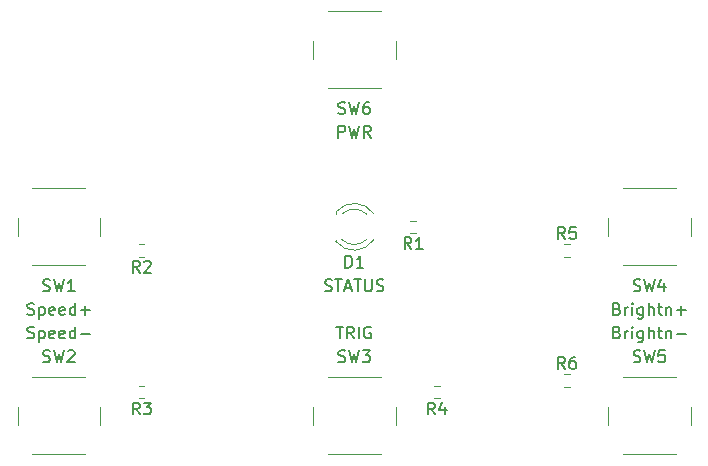
<source format=gto>
%TF.GenerationSoftware,KiCad,Pcbnew,5.1.10*%
%TF.CreationDate,2021-11-03T22:20:00+01:00*%
%TF.ProjectId,main_pcb_ui,6d61696e-5f70-4636-925f-75692e6b6963,rev?*%
%TF.SameCoordinates,PX8583b00PY5f5e100*%
%TF.FileFunction,Legend,Top*%
%TF.FilePolarity,Positive*%
%FSLAX46Y46*%
G04 Gerber Fmt 4.6, Leading zero omitted, Abs format (unit mm)*
G04 Created by KiCad (PCBNEW 5.1.10) date 2021-11-03 22:20:00*
%MOMM*%
%LPD*%
G01*
G04 APERTURE LIST*
%ADD10C,0.150000*%
%ADD11C,0.120000*%
G04 APERTURE END LIST*
D10*
X-1333334Y15547620D02*
X-1333334Y16547620D01*
X-952381Y16547620D01*
X-857143Y16500000D01*
X-809524Y16452381D01*
X-761905Y16357143D01*
X-761905Y16214286D01*
X-809524Y16119048D01*
X-857143Y16071429D01*
X-952381Y16023810D01*
X-1333334Y16023810D01*
X-428572Y16547620D02*
X-190477Y15547620D01*
X0Y16261905D01*
X190476Y15547620D01*
X428571Y16547620D01*
X1380952Y15547620D02*
X1047619Y16023810D01*
X809523Y15547620D02*
X809523Y16547620D01*
X1190476Y16547620D01*
X1285714Y16500000D01*
X1333333Y16452381D01*
X1380952Y16357143D01*
X1380952Y16214286D01*
X1333333Y16119048D01*
X1285714Y16071429D01*
X1190476Y16023810D01*
X809523Y16023810D01*
X22261904Y-928571D02*
X22404761Y-976190D01*
X22452380Y-1023809D01*
X22500000Y-1119047D01*
X22500000Y-1261904D01*
X22452380Y-1357142D01*
X22404761Y-1404761D01*
X22309523Y-1452380D01*
X21928571Y-1452380D01*
X21928571Y-452380D01*
X22261904Y-452380D01*
X22357142Y-500000D01*
X22404761Y-547619D01*
X22452380Y-642857D01*
X22452380Y-738095D01*
X22404761Y-833333D01*
X22357142Y-880952D01*
X22261904Y-928571D01*
X21928571Y-928571D01*
X22928571Y-1452380D02*
X22928571Y-785714D01*
X22928571Y-976190D02*
X22976190Y-880952D01*
X23023809Y-833333D01*
X23119047Y-785714D01*
X23214285Y-785714D01*
X23547619Y-1452380D02*
X23547619Y-785714D01*
X23547619Y-452380D02*
X23500000Y-500000D01*
X23547619Y-547619D01*
X23595238Y-500000D01*
X23547619Y-452380D01*
X23547619Y-547619D01*
X24452380Y-785714D02*
X24452380Y-1595238D01*
X24404761Y-1690476D01*
X24357142Y-1738095D01*
X24261904Y-1785714D01*
X24119047Y-1785714D01*
X24023809Y-1738095D01*
X24452380Y-1404761D02*
X24357142Y-1452380D01*
X24166666Y-1452380D01*
X24071428Y-1404761D01*
X24023809Y-1357142D01*
X23976190Y-1261904D01*
X23976190Y-976190D01*
X24023809Y-880952D01*
X24071428Y-833333D01*
X24166666Y-785714D01*
X24357142Y-785714D01*
X24452380Y-833333D01*
X24928571Y-1452380D02*
X24928571Y-452380D01*
X25357142Y-1452380D02*
X25357142Y-928571D01*
X25309523Y-833333D01*
X25214285Y-785714D01*
X25071428Y-785714D01*
X24976190Y-833333D01*
X24928571Y-880952D01*
X25690476Y-785714D02*
X26071428Y-785714D01*
X25833333Y-452380D02*
X25833333Y-1309523D01*
X25880952Y-1404761D01*
X25976190Y-1452380D01*
X26071428Y-1452380D01*
X26404761Y-785714D02*
X26404761Y-1452380D01*
X26404761Y-880952D02*
X26452380Y-833333D01*
X26547619Y-785714D01*
X26690476Y-785714D01*
X26785714Y-833333D01*
X26833333Y-928571D01*
X26833333Y-1452380D01*
X27309523Y-1071428D02*
X28071428Y-1071428D01*
X22261904Y1071429D02*
X22404761Y1023810D01*
X22452380Y976191D01*
X22500000Y880953D01*
X22500000Y738096D01*
X22452380Y642858D01*
X22404761Y595239D01*
X22309523Y547620D01*
X21928571Y547620D01*
X21928571Y1547620D01*
X22261904Y1547620D01*
X22357142Y1500000D01*
X22404761Y1452381D01*
X22452380Y1357143D01*
X22452380Y1261905D01*
X22404761Y1166667D01*
X22357142Y1119048D01*
X22261904Y1071429D01*
X21928571Y1071429D01*
X22928571Y547620D02*
X22928571Y1214286D01*
X22928571Y1023810D02*
X22976190Y1119048D01*
X23023809Y1166667D01*
X23119047Y1214286D01*
X23214285Y1214286D01*
X23547619Y547620D02*
X23547619Y1214286D01*
X23547619Y1547620D02*
X23500000Y1500000D01*
X23547619Y1452381D01*
X23595238Y1500000D01*
X23547619Y1547620D01*
X23547619Y1452381D01*
X24452380Y1214286D02*
X24452380Y404762D01*
X24404761Y309524D01*
X24357142Y261905D01*
X24261904Y214286D01*
X24119047Y214286D01*
X24023809Y261905D01*
X24452380Y595239D02*
X24357142Y547620D01*
X24166666Y547620D01*
X24071428Y595239D01*
X24023809Y642858D01*
X23976190Y738096D01*
X23976190Y1023810D01*
X24023809Y1119048D01*
X24071428Y1166667D01*
X24166666Y1214286D01*
X24357142Y1214286D01*
X24452380Y1166667D01*
X24928571Y547620D02*
X24928571Y1547620D01*
X25357142Y547620D02*
X25357142Y1071429D01*
X25309523Y1166667D01*
X25214285Y1214286D01*
X25071428Y1214286D01*
X24976190Y1166667D01*
X24928571Y1119048D01*
X25690476Y1214286D02*
X26071428Y1214286D01*
X25833333Y1547620D02*
X25833333Y690477D01*
X25880952Y595239D01*
X25976190Y547620D01*
X26071428Y547620D01*
X26404761Y1214286D02*
X26404761Y547620D01*
X26404761Y1119048D02*
X26452380Y1166667D01*
X26547619Y1214286D01*
X26690476Y1214286D01*
X26785714Y1166667D01*
X26833333Y1071429D01*
X26833333Y547620D01*
X27309523Y928572D02*
X28071428Y928572D01*
X27690476Y547620D02*
X27690476Y1309524D01*
X-27666667Y-1404761D02*
X-27523810Y-1452380D01*
X-27285715Y-1452380D01*
X-27190477Y-1404761D01*
X-27142858Y-1357142D01*
X-27095239Y-1261904D01*
X-27095239Y-1166666D01*
X-27142858Y-1071428D01*
X-27190477Y-1023809D01*
X-27285715Y-976190D01*
X-27476191Y-928571D01*
X-27571429Y-880952D01*
X-27619048Y-833333D01*
X-27666667Y-738095D01*
X-27666667Y-642857D01*
X-27619048Y-547619D01*
X-27571429Y-500000D01*
X-27476191Y-452380D01*
X-27238096Y-452380D01*
X-27095239Y-500000D01*
X-26666667Y-785714D02*
X-26666667Y-1785714D01*
X-26666667Y-833333D02*
X-26571429Y-785714D01*
X-26380953Y-785714D01*
X-26285715Y-833333D01*
X-26238096Y-880952D01*
X-26190477Y-976190D01*
X-26190477Y-1261904D01*
X-26238096Y-1357142D01*
X-26285715Y-1404761D01*
X-26380953Y-1452380D01*
X-26571429Y-1452380D01*
X-26666667Y-1404761D01*
X-25380953Y-1404761D02*
X-25476191Y-1452380D01*
X-25666667Y-1452380D01*
X-25761905Y-1404761D01*
X-25809524Y-1309523D01*
X-25809524Y-928571D01*
X-25761905Y-833333D01*
X-25666667Y-785714D01*
X-25476191Y-785714D01*
X-25380953Y-833333D01*
X-25333334Y-928571D01*
X-25333334Y-1023809D01*
X-25809524Y-1119047D01*
X-24523810Y-1404761D02*
X-24619048Y-1452380D01*
X-24809524Y-1452380D01*
X-24904762Y-1404761D01*
X-24952381Y-1309523D01*
X-24952381Y-928571D01*
X-24904762Y-833333D01*
X-24809524Y-785714D01*
X-24619048Y-785714D01*
X-24523810Y-833333D01*
X-24476191Y-928571D01*
X-24476191Y-1023809D01*
X-24952381Y-1119047D01*
X-23619048Y-1452380D02*
X-23619048Y-452380D01*
X-23619048Y-1404761D02*
X-23714286Y-1452380D01*
X-23904762Y-1452380D01*
X-24000000Y-1404761D01*
X-24047620Y-1357142D01*
X-24095239Y-1261904D01*
X-24095239Y-976190D01*
X-24047620Y-880952D01*
X-24000000Y-833333D01*
X-23904762Y-785714D01*
X-23714286Y-785714D01*
X-23619048Y-833333D01*
X-23142858Y-1071428D02*
X-22380953Y-1071428D01*
X-27666667Y595239D02*
X-27523810Y547620D01*
X-27285715Y547620D01*
X-27190477Y595239D01*
X-27142858Y642858D01*
X-27095239Y738096D01*
X-27095239Y833334D01*
X-27142858Y928572D01*
X-27190477Y976191D01*
X-27285715Y1023810D01*
X-27476191Y1071429D01*
X-27571429Y1119048D01*
X-27619048Y1166667D01*
X-27666667Y1261905D01*
X-27666667Y1357143D01*
X-27619048Y1452381D01*
X-27571429Y1500000D01*
X-27476191Y1547620D01*
X-27238096Y1547620D01*
X-27095239Y1500000D01*
X-26666667Y1214286D02*
X-26666667Y214286D01*
X-26666667Y1166667D02*
X-26571429Y1214286D01*
X-26380953Y1214286D01*
X-26285715Y1166667D01*
X-26238096Y1119048D01*
X-26190477Y1023810D01*
X-26190477Y738096D01*
X-26238096Y642858D01*
X-26285715Y595239D01*
X-26380953Y547620D01*
X-26571429Y547620D01*
X-26666667Y595239D01*
X-25380953Y595239D02*
X-25476191Y547620D01*
X-25666667Y547620D01*
X-25761905Y595239D01*
X-25809524Y690477D01*
X-25809524Y1071429D01*
X-25761905Y1166667D01*
X-25666667Y1214286D01*
X-25476191Y1214286D01*
X-25380953Y1166667D01*
X-25333334Y1071429D01*
X-25333334Y976191D01*
X-25809524Y880953D01*
X-24523810Y595239D02*
X-24619048Y547620D01*
X-24809524Y547620D01*
X-24904762Y595239D01*
X-24952381Y690477D01*
X-24952381Y1071429D01*
X-24904762Y1166667D01*
X-24809524Y1214286D01*
X-24619048Y1214286D01*
X-24523810Y1166667D01*
X-24476191Y1071429D01*
X-24476191Y976191D01*
X-24952381Y880953D01*
X-23619048Y547620D02*
X-23619048Y1547620D01*
X-23619048Y595239D02*
X-23714286Y547620D01*
X-23904762Y547620D01*
X-24000000Y595239D01*
X-24047620Y642858D01*
X-24095239Y738096D01*
X-24095239Y1023810D01*
X-24047620Y1119048D01*
X-24000000Y1166667D01*
X-23904762Y1214286D01*
X-23714286Y1214286D01*
X-23619048Y1166667D01*
X-23142858Y928572D02*
X-22380953Y928572D01*
X-22761905Y547620D02*
X-22761905Y1309524D01*
X-2476191Y2595239D02*
X-2333334Y2547620D01*
X-2095239Y2547620D01*
X-2000000Y2595239D01*
X-1952381Y2642858D01*
X-1904762Y2738096D01*
X-1904762Y2833334D01*
X-1952381Y2928572D01*
X-2000000Y2976191D01*
X-2095239Y3023810D01*
X-2285715Y3071429D01*
X-2380953Y3119048D01*
X-2428572Y3166667D01*
X-2476191Y3261905D01*
X-2476191Y3357143D01*
X-2428572Y3452381D01*
X-2380953Y3500000D01*
X-2285715Y3547620D01*
X-2047620Y3547620D01*
X-1904762Y3500000D01*
X-1619048Y3547620D02*
X-1047620Y3547620D01*
X-1333334Y2547620D02*
X-1333334Y3547620D01*
X-761905Y2833334D02*
X-285715Y2833334D01*
X-857143Y2547620D02*
X-523810Y3547620D01*
X-190477Y2547620D01*
X0Y3547620D02*
X571428Y3547620D01*
X285714Y2547620D02*
X285714Y3547620D01*
X904761Y3547620D02*
X904761Y2738096D01*
X952380Y2642858D01*
X1000000Y2595239D01*
X1095238Y2547620D01*
X1285714Y2547620D01*
X1380952Y2595239D01*
X1428571Y2642858D01*
X1476190Y2738096D01*
X1476190Y3547620D01*
X1904761Y2595239D02*
X2047619Y2547620D01*
X2285714Y2547620D01*
X2380952Y2595239D01*
X2428571Y2642858D01*
X2476190Y2738096D01*
X2476190Y2833334D01*
X2428571Y2928572D01*
X2380952Y2976191D01*
X2285714Y3023810D01*
X2095238Y3071429D01*
X2000000Y3119048D01*
X1952380Y3166667D01*
X1904761Y3261905D01*
X1904761Y3357143D01*
X1952380Y3452381D01*
X2000000Y3500000D01*
X2095238Y3547620D01*
X2333333Y3547620D01*
X2476190Y3500000D01*
X-1523810Y-452380D02*
X-952381Y-452380D01*
X-1238096Y-1452380D02*
X-1238096Y-452380D01*
X-47620Y-1452380D02*
X-380953Y-976190D01*
X-619048Y-1452380D02*
X-619048Y-452380D01*
X-238096Y-452380D01*
X-142858Y-500000D01*
X-95239Y-547619D01*
X-47620Y-642857D01*
X-47620Y-785714D01*
X-95239Y-880952D01*
X-142858Y-928571D01*
X-238096Y-976190D01*
X-619048Y-976190D01*
X380952Y-1452380D02*
X380952Y-452380D01*
X1380952Y-500000D02*
X1285714Y-452380D01*
X1142857Y-452380D01*
X1000000Y-500000D01*
X904761Y-595238D01*
X857142Y-690476D01*
X809523Y-880952D01*
X809523Y-1023809D01*
X857142Y-1214285D01*
X904761Y-1309523D01*
X1000000Y-1404761D01*
X1142857Y-1452380D01*
X1238095Y-1452380D01*
X1380952Y-1404761D01*
X1428571Y-1357142D01*
X1428571Y-1023809D01*
X1238095Y-1023809D01*
D11*
%TO.C,SW6*%
X-2250000Y19750000D02*
X2250000Y19750000D01*
X-3500000Y23750000D02*
X-3500000Y22250000D01*
X2250000Y26250000D02*
X-2250000Y26250000D01*
X3500000Y22250000D02*
X3500000Y23750000D01*
%TO.C,R6*%
X17762742Y-4477500D02*
X18237258Y-4477500D01*
X17762742Y-5522500D02*
X18237258Y-5522500D01*
%TO.C,R5*%
X17762742Y6522500D02*
X18237258Y6522500D01*
X17762742Y5477500D02*
X18237258Y5477500D01*
%TO.C,R4*%
X7237258Y-6522500D02*
X6762742Y-6522500D01*
X7237258Y-5477500D02*
X6762742Y-5477500D01*
%TO.C,R3*%
X-17762742Y-6522500D02*
X-18237258Y-6522500D01*
X-17762742Y-5477500D02*
X-18237258Y-5477500D01*
%TO.C,R2*%
X-17762742Y5477500D02*
X-18237258Y5477500D01*
X-17762742Y6522500D02*
X-18237258Y6522500D01*
%TO.C,SW5*%
X28500000Y-8750000D02*
X28500000Y-7250000D01*
X27250000Y-4750000D02*
X22750000Y-4750000D01*
X21500000Y-7250000D02*
X21500000Y-8750000D01*
X22750000Y-11250000D02*
X27250000Y-11250000D01*
%TO.C,SW4*%
X28500000Y7250000D02*
X28500000Y8750000D01*
X27250000Y11250000D02*
X22750000Y11250000D01*
X21500000Y8750000D02*
X21500000Y7250000D01*
X22750000Y4750000D02*
X27250000Y4750000D01*
%TO.C,SW3*%
X3500000Y-8750000D02*
X3500000Y-7250000D01*
X2250000Y-4750000D02*
X-2250000Y-4750000D01*
X-3500000Y-7250000D02*
X-3500000Y-8750000D01*
X-2250000Y-11250000D02*
X2250000Y-11250000D01*
%TO.C,SW2*%
X-21500000Y-8750000D02*
X-21500000Y-7250000D01*
X-22750000Y-4750000D02*
X-27250000Y-4750000D01*
X-28500000Y-7250000D02*
X-28500000Y-8750000D01*
X-27250000Y-11250000D02*
X-22750000Y-11250000D01*
%TO.C,SW1*%
X-21500000Y7250000D02*
X-21500000Y8750000D01*
X-22750000Y11250000D02*
X-27250000Y11250000D01*
X-28500000Y8750000D02*
X-28500000Y7250000D01*
X-27250000Y4750000D02*
X-22750000Y4750000D01*
%TO.C,D1*%
X-1560000Y6920000D02*
X-1560000Y6764000D01*
X-1560000Y9236000D02*
X-1560000Y9080000D01*
X1041130Y6920163D02*
G75*
G02*
X-1040961Y6920000I-1041130J1079837D01*
G01*
X1041130Y9079837D02*
G75*
G03*
X-1040961Y9080000I-1041130J-1079837D01*
G01*
X1672335Y6921392D02*
G75*
G02*
X-1560000Y6764484I-1672335J1078608D01*
G01*
X1672335Y9078608D02*
G75*
G03*
X-1560000Y9235516I-1672335J-1078608D01*
G01*
%TO.C,R1*%
X5237258Y8522500D02*
X4762742Y8522500D01*
X5237258Y7477500D02*
X4762742Y7477500D01*
%TO.C,SW6*%
D10*
X-1333334Y17595239D02*
X-1190477Y17547620D01*
X-952381Y17547620D01*
X-857143Y17595239D01*
X-809524Y17642858D01*
X-761905Y17738096D01*
X-761905Y17833334D01*
X-809524Y17928572D01*
X-857143Y17976191D01*
X-952381Y18023810D01*
X-1142858Y18071429D01*
X-1238096Y18119048D01*
X-1285715Y18166667D01*
X-1333334Y18261905D01*
X-1333334Y18357143D01*
X-1285715Y18452381D01*
X-1238096Y18500000D01*
X-1142858Y18547620D01*
X-904762Y18547620D01*
X-761905Y18500000D01*
X-428572Y18547620D02*
X-190477Y17547620D01*
X0Y18261905D01*
X190476Y17547620D01*
X428571Y18547620D01*
X1238095Y18547620D02*
X1047619Y18547620D01*
X952380Y18500000D01*
X904761Y18452381D01*
X809523Y18309524D01*
X761904Y18119048D01*
X761904Y17738096D01*
X809523Y17642858D01*
X857142Y17595239D01*
X952380Y17547620D01*
X1142857Y17547620D01*
X1238095Y17595239D01*
X1285714Y17642858D01*
X1333333Y17738096D01*
X1333333Y17976191D01*
X1285714Y18071429D01*
X1238095Y18119048D01*
X1142857Y18166667D01*
X952380Y18166667D01*
X857142Y18119048D01*
X809523Y18071429D01*
X761904Y17976191D01*
%TO.C,R6*%
X17833333Y-4022380D02*
X17500000Y-3546190D01*
X17261904Y-4022380D02*
X17261904Y-3022380D01*
X17642857Y-3022380D01*
X17738095Y-3070000D01*
X17785714Y-3117619D01*
X17833333Y-3212857D01*
X17833333Y-3355714D01*
X17785714Y-3450952D01*
X17738095Y-3498571D01*
X17642857Y-3546190D01*
X17261904Y-3546190D01*
X18690476Y-3022380D02*
X18500000Y-3022380D01*
X18404761Y-3070000D01*
X18357142Y-3117619D01*
X18261904Y-3260476D01*
X18214285Y-3450952D01*
X18214285Y-3831904D01*
X18261904Y-3927142D01*
X18309523Y-3974761D01*
X18404761Y-4022380D01*
X18595238Y-4022380D01*
X18690476Y-3974761D01*
X18738095Y-3927142D01*
X18785714Y-3831904D01*
X18785714Y-3593809D01*
X18738095Y-3498571D01*
X18690476Y-3450952D01*
X18595238Y-3403333D01*
X18404761Y-3403333D01*
X18309523Y-3450952D01*
X18261904Y-3498571D01*
X18214285Y-3593809D01*
%TO.C,R5*%
X17833333Y6977620D02*
X17500000Y7453810D01*
X17261904Y6977620D02*
X17261904Y7977620D01*
X17642857Y7977620D01*
X17738095Y7930000D01*
X17785714Y7882381D01*
X17833333Y7787143D01*
X17833333Y7644286D01*
X17785714Y7549048D01*
X17738095Y7501429D01*
X17642857Y7453810D01*
X17261904Y7453810D01*
X18738095Y7977620D02*
X18261904Y7977620D01*
X18214285Y7501429D01*
X18261904Y7549048D01*
X18357142Y7596667D01*
X18595238Y7596667D01*
X18690476Y7549048D01*
X18738095Y7501429D01*
X18785714Y7406191D01*
X18785714Y7168096D01*
X18738095Y7072858D01*
X18690476Y7025239D01*
X18595238Y6977620D01*
X18357142Y6977620D01*
X18261904Y7025239D01*
X18214285Y7072858D01*
%TO.C,R4*%
X6833333Y-7882380D02*
X6500000Y-7406190D01*
X6261904Y-7882380D02*
X6261904Y-6882380D01*
X6642857Y-6882380D01*
X6738095Y-6930000D01*
X6785714Y-6977619D01*
X6833333Y-7072857D01*
X6833333Y-7215714D01*
X6785714Y-7310952D01*
X6738095Y-7358571D01*
X6642857Y-7406190D01*
X6261904Y-7406190D01*
X7690476Y-7215714D02*
X7690476Y-7882380D01*
X7452380Y-6834761D02*
X7214285Y-7549047D01*
X7833333Y-7549047D01*
%TO.C,R3*%
X-18166667Y-7882380D02*
X-18500000Y-7406190D01*
X-18738096Y-7882380D02*
X-18738096Y-6882380D01*
X-18357143Y-6882380D01*
X-18261905Y-6930000D01*
X-18214286Y-6977619D01*
X-18166667Y-7072857D01*
X-18166667Y-7215714D01*
X-18214286Y-7310952D01*
X-18261905Y-7358571D01*
X-18357143Y-7406190D01*
X-18738096Y-7406190D01*
X-17833334Y-6882380D02*
X-17214286Y-6882380D01*
X-17547620Y-7263333D01*
X-17404762Y-7263333D01*
X-17309524Y-7310952D01*
X-17261905Y-7358571D01*
X-17214286Y-7453809D01*
X-17214286Y-7691904D01*
X-17261905Y-7787142D01*
X-17309524Y-7834761D01*
X-17404762Y-7882380D01*
X-17690477Y-7882380D01*
X-17785715Y-7834761D01*
X-17833334Y-7787142D01*
%TO.C,R2*%
X-18166667Y4117620D02*
X-18500000Y4593810D01*
X-18738096Y4117620D02*
X-18738096Y5117620D01*
X-18357143Y5117620D01*
X-18261905Y5070000D01*
X-18214286Y5022381D01*
X-18166667Y4927143D01*
X-18166667Y4784286D01*
X-18214286Y4689048D01*
X-18261905Y4641429D01*
X-18357143Y4593810D01*
X-18738096Y4593810D01*
X-17785715Y5022381D02*
X-17738096Y5070000D01*
X-17642858Y5117620D01*
X-17404762Y5117620D01*
X-17309524Y5070000D01*
X-17261905Y5022381D01*
X-17214286Y4927143D01*
X-17214286Y4831905D01*
X-17261905Y4689048D01*
X-17833334Y4117620D01*
X-17214286Y4117620D01*
%TO.C,SW5*%
X23666666Y-3404761D02*
X23809523Y-3452380D01*
X24047619Y-3452380D01*
X24142857Y-3404761D01*
X24190476Y-3357142D01*
X24238095Y-3261904D01*
X24238095Y-3166666D01*
X24190476Y-3071428D01*
X24142857Y-3023809D01*
X24047619Y-2976190D01*
X23857142Y-2928571D01*
X23761904Y-2880952D01*
X23714285Y-2833333D01*
X23666666Y-2738095D01*
X23666666Y-2642857D01*
X23714285Y-2547619D01*
X23761904Y-2500000D01*
X23857142Y-2452380D01*
X24095238Y-2452380D01*
X24238095Y-2500000D01*
X24571428Y-2452380D02*
X24809523Y-3452380D01*
X25000000Y-2738095D01*
X25190476Y-3452380D01*
X25428571Y-2452380D01*
X26285714Y-2452380D02*
X25809523Y-2452380D01*
X25761904Y-2928571D01*
X25809523Y-2880952D01*
X25904761Y-2833333D01*
X26142857Y-2833333D01*
X26238095Y-2880952D01*
X26285714Y-2928571D01*
X26333333Y-3023809D01*
X26333333Y-3261904D01*
X26285714Y-3357142D01*
X26238095Y-3404761D01*
X26142857Y-3452380D01*
X25904761Y-3452380D01*
X25809523Y-3404761D01*
X25761904Y-3357142D01*
%TO.C,SW4*%
X23666666Y2595239D02*
X23809523Y2547620D01*
X24047619Y2547620D01*
X24142857Y2595239D01*
X24190476Y2642858D01*
X24238095Y2738096D01*
X24238095Y2833334D01*
X24190476Y2928572D01*
X24142857Y2976191D01*
X24047619Y3023810D01*
X23857142Y3071429D01*
X23761904Y3119048D01*
X23714285Y3166667D01*
X23666666Y3261905D01*
X23666666Y3357143D01*
X23714285Y3452381D01*
X23761904Y3500000D01*
X23857142Y3547620D01*
X24095238Y3547620D01*
X24238095Y3500000D01*
X24571428Y3547620D02*
X24809523Y2547620D01*
X25000000Y3261905D01*
X25190476Y2547620D01*
X25428571Y3547620D01*
X26238095Y3214286D02*
X26238095Y2547620D01*
X26000000Y3595239D02*
X25761904Y2880953D01*
X26380952Y2880953D01*
%TO.C,SW3*%
X-1333334Y-3404761D02*
X-1190477Y-3452380D01*
X-952381Y-3452380D01*
X-857143Y-3404761D01*
X-809524Y-3357142D01*
X-761905Y-3261904D01*
X-761905Y-3166666D01*
X-809524Y-3071428D01*
X-857143Y-3023809D01*
X-952381Y-2976190D01*
X-1142858Y-2928571D01*
X-1238096Y-2880952D01*
X-1285715Y-2833333D01*
X-1333334Y-2738095D01*
X-1333334Y-2642857D01*
X-1285715Y-2547619D01*
X-1238096Y-2500000D01*
X-1142858Y-2452380D01*
X-904762Y-2452380D01*
X-761905Y-2500000D01*
X-428572Y-2452380D02*
X-190477Y-3452380D01*
X0Y-2738095D01*
X190476Y-3452380D01*
X428571Y-2452380D01*
X714285Y-2452380D02*
X1333333Y-2452380D01*
X1000000Y-2833333D01*
X1142857Y-2833333D01*
X1238095Y-2880952D01*
X1285714Y-2928571D01*
X1333333Y-3023809D01*
X1333333Y-3261904D01*
X1285714Y-3357142D01*
X1238095Y-3404761D01*
X1142857Y-3452380D01*
X857142Y-3452380D01*
X761904Y-3404761D01*
X714285Y-3357142D01*
%TO.C,SW2*%
X-26333334Y-3404761D02*
X-26190477Y-3452380D01*
X-25952381Y-3452380D01*
X-25857143Y-3404761D01*
X-25809524Y-3357142D01*
X-25761905Y-3261904D01*
X-25761905Y-3166666D01*
X-25809524Y-3071428D01*
X-25857143Y-3023809D01*
X-25952381Y-2976190D01*
X-26142858Y-2928571D01*
X-26238096Y-2880952D01*
X-26285715Y-2833333D01*
X-26333334Y-2738095D01*
X-26333334Y-2642857D01*
X-26285715Y-2547619D01*
X-26238096Y-2500000D01*
X-26142858Y-2452380D01*
X-25904762Y-2452380D01*
X-25761905Y-2500000D01*
X-25428572Y-2452380D02*
X-25190477Y-3452380D01*
X-25000000Y-2738095D01*
X-24809524Y-3452380D01*
X-24571429Y-2452380D01*
X-24238096Y-2547619D02*
X-24190477Y-2500000D01*
X-24095239Y-2452380D01*
X-23857143Y-2452380D01*
X-23761905Y-2500000D01*
X-23714286Y-2547619D01*
X-23666667Y-2642857D01*
X-23666667Y-2738095D01*
X-23714286Y-2880952D01*
X-24285715Y-3452380D01*
X-23666667Y-3452380D01*
%TO.C,SW1*%
X-26333334Y2595239D02*
X-26190477Y2547620D01*
X-25952381Y2547620D01*
X-25857143Y2595239D01*
X-25809524Y2642858D01*
X-25761905Y2738096D01*
X-25761905Y2833334D01*
X-25809524Y2928572D01*
X-25857143Y2976191D01*
X-25952381Y3023810D01*
X-26142858Y3071429D01*
X-26238096Y3119048D01*
X-26285715Y3166667D01*
X-26333334Y3261905D01*
X-26333334Y3357143D01*
X-26285715Y3452381D01*
X-26238096Y3500000D01*
X-26142858Y3547620D01*
X-25904762Y3547620D01*
X-25761905Y3500000D01*
X-25428572Y3547620D02*
X-25190477Y2547620D01*
X-25000000Y3261905D01*
X-24809524Y2547620D01*
X-24571429Y3547620D01*
X-23666667Y2547620D02*
X-24238096Y2547620D01*
X-23952381Y2547620D02*
X-23952381Y3547620D01*
X-24047620Y3404762D01*
X-24142858Y3309524D01*
X-24238096Y3261905D01*
%TO.C,D1*%
X-738096Y4547620D02*
X-738096Y5547620D01*
X-500000Y5547620D01*
X-357143Y5500000D01*
X-261905Y5404762D01*
X-214286Y5309524D01*
X-166667Y5119048D01*
X-166667Y4976191D01*
X-214286Y4785715D01*
X-261905Y4690477D01*
X-357143Y4595239D01*
X-500000Y4547620D01*
X-738096Y4547620D01*
X785714Y4547620D02*
X214285Y4547620D01*
X500000Y4547620D02*
X500000Y5547620D01*
X404761Y5404762D01*
X309523Y5309524D01*
X214285Y5261905D01*
%TO.C,R1*%
X4833333Y6117620D02*
X4500000Y6593810D01*
X4261904Y6117620D02*
X4261904Y7117620D01*
X4642857Y7117620D01*
X4738095Y7070000D01*
X4785714Y7022381D01*
X4833333Y6927143D01*
X4833333Y6784286D01*
X4785714Y6689048D01*
X4738095Y6641429D01*
X4642857Y6593810D01*
X4261904Y6593810D01*
X5785714Y6117620D02*
X5214285Y6117620D01*
X5500000Y6117620D02*
X5500000Y7117620D01*
X5404761Y6974762D01*
X5309523Y6879524D01*
X5214285Y6831905D01*
%TD*%
M02*

</source>
